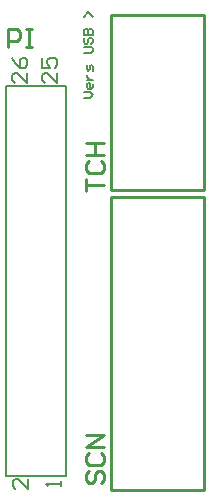
<source format=gto>
G04 Layer_Color=65535*
%FSLAX25Y25*%
%MOIN*%
G70*
G01*
G75*
%ADD15C,0.00787*%
%ADD16C,0.01000*%
%ADD17C,0.00800*%
%ADD18C,0.00500*%
D15*
X25000Y5000D02*
Y135000D01*
X5000Y5000D02*
Y135000D01*
Y5000D02*
X25000D01*
X5000Y135000D02*
X25000D01*
D16*
X40079Y100157D02*
X70984D01*
Y158721D01*
X40079D02*
X70984D01*
X40079Y100157D02*
Y158721D01*
Y158D02*
Y98091D01*
X70984D01*
Y158D02*
Y98091D01*
X40079Y158D02*
X70984D01*
X5600Y148100D02*
Y154098D01*
X8599D01*
X9599Y153098D01*
Y151099D01*
X8599Y150099D01*
X5600D01*
X11598Y154098D02*
X13597D01*
X12598D01*
Y148100D01*
X11598D01*
X13597D01*
X32502Y6499D02*
X31502Y5499D01*
Y3500D01*
X32502Y2500D01*
X33501D01*
X34501Y3500D01*
Y5499D01*
X35501Y6499D01*
X36500D01*
X37500Y5499D01*
Y3500D01*
X36500Y2500D01*
X32502Y12497D02*
X31502Y11497D01*
Y9498D01*
X32502Y8498D01*
X36500D01*
X37500Y9498D01*
Y11497D01*
X36500Y12497D01*
X37500Y14496D02*
X31502D01*
X37500Y18495D01*
X31502D01*
Y100000D02*
Y103999D01*
Y101999D01*
X37500D01*
X32502Y109997D02*
X31502Y108997D01*
Y106998D01*
X32502Y105998D01*
X36500D01*
X37500Y106998D01*
Y108997D01*
X36500Y109997D01*
X31502Y111996D02*
X37500D01*
X34501D01*
Y115995D01*
X31502D01*
X37500D01*
D17*
X12000Y139332D02*
Y136000D01*
X8668Y139332D01*
X7835D01*
X7002Y138499D01*
Y136833D01*
X7835Y136000D01*
X7002Y144331D02*
X7835Y142665D01*
X9501Y140998D01*
X11167D01*
X12000Y141831D01*
Y143498D01*
X11167Y144331D01*
X10334D01*
X9501Y143498D01*
Y140998D01*
X22000Y139332D02*
Y136000D01*
X18668Y139332D01*
X17835D01*
X17002Y138499D01*
Y136833D01*
X17835Y136000D01*
X17002Y144331D02*
Y140998D01*
X19501D01*
X18668Y142665D01*
Y143498D01*
X19501Y144331D01*
X21167D01*
X22000Y143498D01*
Y141831D01*
X21167Y140998D01*
X23228Y1575D02*
Y3241D01*
Y2408D01*
X18230D01*
X19063Y1575D01*
X12205Y4120D02*
Y787D01*
X8873Y4120D01*
X8039D01*
X7206Y3287D01*
Y1620D01*
X8039Y787D01*
D18*
X30859Y131102D02*
X32859D01*
X33858Y132102D01*
X32859Y133102D01*
X30859D01*
X33858Y135601D02*
Y134601D01*
X33358Y134101D01*
X32359D01*
X31859Y134601D01*
Y135601D01*
X32359Y136101D01*
X32859D01*
Y134101D01*
X31859Y137100D02*
X33858D01*
X32859D01*
X32359Y137600D01*
X31859Y138100D01*
Y138600D01*
X33858Y140100D02*
Y141599D01*
X33358Y142099D01*
X32859Y141599D01*
Y140599D01*
X32359Y140100D01*
X31859Y140599D01*
Y142099D01*
X30859Y146098D02*
X33358D01*
X33858Y146597D01*
Y147597D01*
X33358Y148097D01*
X30859D01*
X31359Y151096D02*
X30859Y150596D01*
Y149596D01*
X31359Y149097D01*
X31859D01*
X32359Y149596D01*
Y150596D01*
X32859Y151096D01*
X33358D01*
X33858Y150596D01*
Y149596D01*
X33358Y149097D01*
X30859Y152096D02*
X33858D01*
Y153595D01*
X33358Y154095D01*
X32859D01*
X32359Y153595D01*
Y152096D01*
Y153595D01*
X31859Y154095D01*
X31359D01*
X30859Y153595D01*
Y152096D01*
X33858Y158094D02*
X32359Y159593D01*
X30859Y158094D01*
M02*

</source>
